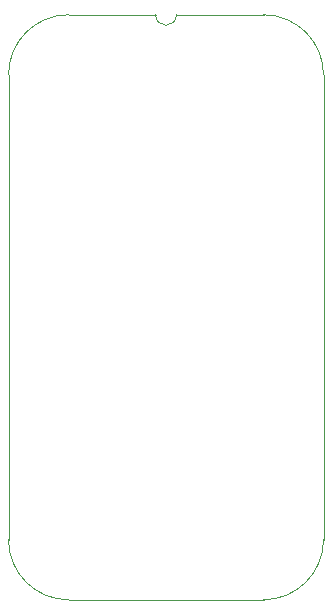
<source format=gm1>
%TF.GenerationSoftware,KiCad,Pcbnew,7.0.5*%
%TF.CreationDate,2024-02-10T20:58:57+02:00*%
%TF.ProjectId,HCP65 MPU NMI,48435036-3520-44d5-9055-204e4d492e6b,rev?*%
%TF.SameCoordinates,Original*%
%TF.FileFunction,Profile,NP*%
%FSLAX46Y46*%
G04 Gerber Fmt 4.6, Leading zero omitted, Abs format (unit mm)*
G04 Created by KiCad (PCBNEW 7.0.5) date 2024-02-10 20:58:57*
%MOMM*%
%LPD*%
G01*
G04 APERTURE LIST*
%TA.AperFunction,Profile*%
%ADD10C,0.100000*%
%TD*%
G04 APERTURE END LIST*
D10*
%TO.C,J2*%
X86995000Y-57785000D02*
X86995000Y-97155000D01*
X99441000Y-52705000D02*
X92075000Y-52705000D01*
X108585000Y-52705000D02*
X101219000Y-52705000D01*
X108585000Y-102235000D02*
X92075000Y-102235000D01*
X113665000Y-97155000D02*
X113665000Y-57785000D01*
X92075000Y-52705000D02*
G75*
G03*
X86995000Y-57785000I2J-5080002D01*
G01*
X86995000Y-97155000D02*
G75*
G03*
X92075000Y-102235000I5080000J0D01*
G01*
X99441000Y-52705000D02*
G75*
G03*
X101219000Y-52705000I889000J0D01*
G01*
X113665000Y-57785000D02*
G75*
G03*
X108585000Y-52705000I-5080000J0D01*
G01*
X108585000Y-102235000D02*
G75*
G03*
X113665000Y-97155000I0J5080000D01*
G01*
%TD*%
M02*

</source>
